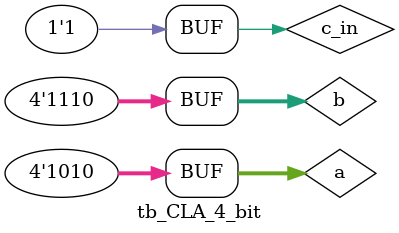
<source format=v>
`timescale 1ns/1ps

/* 

    * Assignment - 3
    * Problem - 2.b
    * Semester - 5 (Autumn)
    * Group - 56
    * Group members - Utsav Mehta (20CS10069) and Vibhu (20CS10072)

*/

module tb_CLA_4_bit;

    // Inputs and Outputs
    reg [3:0] a, b;
    reg c_in;
    wire [3:0] sum;
    wire c_out;

    // Module Instantiations (Unit Under Test)
    CLA_4_bit tb_(.a(a), .b(b), .sum(sum), .c_in(c_in), .c_out(c_out));

    initial begin

        $monitor("Input_a = %b, Input_b = %b, Carry_in = %b, Sum = %b, Carry_out =  %b", a, b, c_in, sum, c_out);

        // Input values initialization
        a = 4'b1111; b=4'b1100; c_in = 1;
        #50;
        a = 4'b0101; b=4'b0100; c_in = 0;
        #50;
        a = 4'b1011; b=4'b1001; c_in = 0;
        #50;
        a = 4'b1010; b=4'b1110; c_in = 1;

    end

endmodule
</source>
